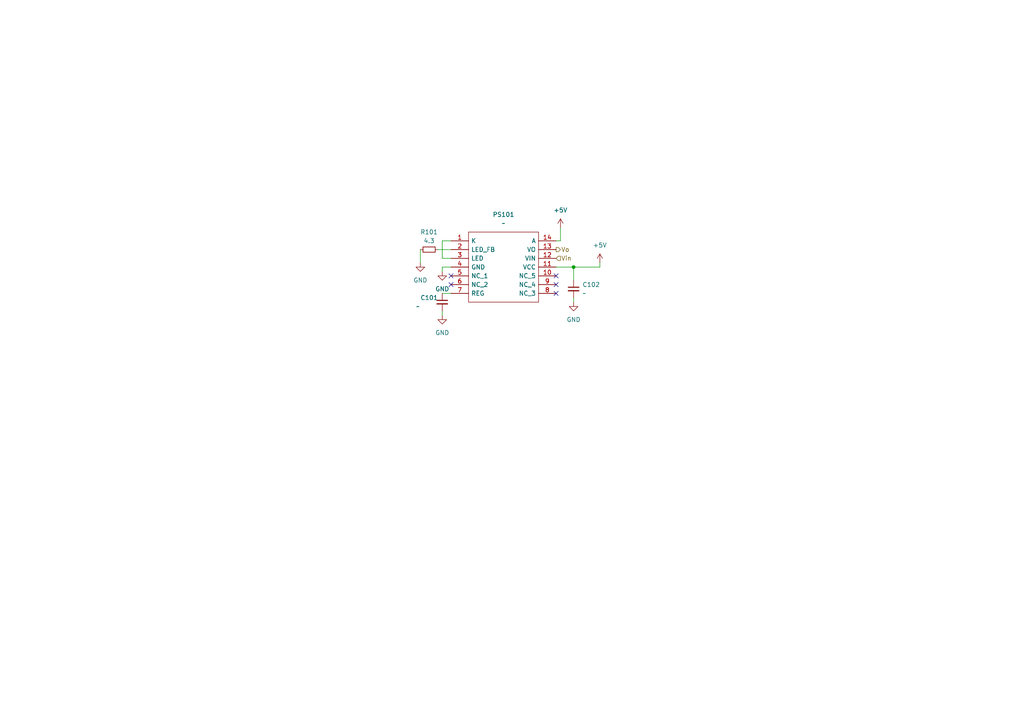
<source format=kicad_sch>
(kicad_sch (version 20211123) (generator eeschema)
  (paper "A4")
  (title_block (title "ESE Project Distance Measuring Sensor") (date "2022-10-03") (company "ENSEA"))
  (lib_symbols
    (symbol "Capteur infra GP2Y0D805Z0F:GP2Y0D805Z0F" (pin_names (offset 0.762))
      (property "Reference" "PS" (at 26.67 7.62 0))
      (property "Value" "GP2Y0D805Z0F" (at 26.67 5.08 0))
      (symbol "GP2Y0D805Z0F_0_0"
        (pin passive line (at 0 0 0) (length 5.08) (name "K") (number "1"))
        (pin passive line (at 30.48 -10.16 180) (length 5.08) (name "NC_5") (number "10"))
        (pin passive line (at 30.48 -7.62 180) (length 5.08) (name "VCC") (number "11"))
        (pin passive line (at 30.48 -5.08 180) (length 5.08) (name "VIN") (number "12"))
        (pin passive line (at 30.48 -2.54 180) (length 5.08) (name "VO") (number "13"))
        (pin passive line (at 30.48 0 180) (length 5.08) (name "A") (number "14"))
        (pin passive line (at 0 -2.54 0) (length 5.08) (name "LED_FB") (number "2"))
        (pin passive line (at 0 -5.08 0) (length 5.08) (name "LED") (number "3"))
        (pin passive line (at 0 -7.62 0) (length 5.08) (name "GND") (number "4"))
        (pin passive line (at 0 -10.16 0) (length 5.08) (name "NC_1") (number "5"))
        (pin passive line (at 0 -12.7 0) (length 5.08) (name "NC_2") (number "6"))
        (pin passive line (at 0 -15.24 0) (length 5.08) (name "REG") (number "7"))
        (pin passive line (at 30.48 -15.24 180) (length 5.08) (name "NC_3") (number "8"))
        (pin passive line (at 30.48 -12.7 180) (length 5.08) (name "NC_4") (number "9"))
      )
      (symbol "GP2Y0D805Z0F_0_1"
        (polyline (pts (xy 5.08 2.54) (xy 25.4 2.54) (xy 25.4 -17.78) (xy 5.08 -17.78) (xy 5.08 2.54)) (stroke (width 0.1524)))
      )
    )
    (symbol "Device:C_Small" (pin_numbers hide) (pin_names (offset 0.254) hide)
      (property "Reference" "C" (at 0.254 1.778 0))
      (property "Value" "C_Small" (at 0.254 -2.032 0))
      (symbol "C_Small_0_1"
        (polyline (pts (xy -1.524 -0.508) (xy 1.524 -0.508)) (stroke (width 0.3302)))
        (polyline (pts (xy -1.524 0.508) (xy 1.524 0.508)) (stroke (width 0.3048)))
      )
      (symbol "C_Small_1_1"
        (pin passive line (at 0 2.54 270) (length 2.032) (name "~") (number "1"))
        (pin passive line (at 0 -2.54 90) (length 2.032) (name "~") (number "2"))
      )
    )
    (symbol "Device:R_Small" (pin_numbers hide) (pin_names (offset 0.254) hide)
      (property "Reference" "R" (at 0.762 0.508 0))
      (property "Value" "R_Small" (at 0.762 -1.016 0))
      (symbol "R_Small_0_1"
        (rectangle (start -0.762 1.778) (end 0.762 -1.778) (stroke (width 0.2032)))
      )
      (symbol "R_Small_1_1"
        (pin passive line (at 0 2.54 270) (length 0.762) (name "~") (number "1"))
        (pin passive line (at 0 -2.54 90) (length 0.762) (name "~") (number "2"))
      )
    )
    (symbol "power:+5V" (power) (pin_names (offset 0))
      (property "Value" "+5V" (at 0 3.556 0))
      (symbol "+5V_0_1"
        (polyline (pts (xy -0.762 1.27) (xy 0 2.54)))
        (polyline (pts (xy 0 0) (xy 0 2.54)))
        (polyline (pts (xy 0 2.54) (xy 0.762 1.27)))
      )
      (symbol "+5V_1_1"
        (pin power_in line (at 0 0 90) (length 0) hide (name "+5V") (number "1"))
      )
    )
    (symbol "power:GND" (power) (pin_names (offset 0))
      (property "Value" "GND" (at 0 -3.81 0))
      (symbol "GND_0_1"
        (polyline (pts (xy 0 0) (xy 0 -1.27) (xy 1.27 -1.27) (xy 0 -2.54) (xy -1.27 -1.27) (xy 0 -1.27)))
      )
      (symbol "GND_1_1"
        (pin power_in line (at 0 0 270) (length 0) hide (name "GND") (number "1"))
      )
    )
  )
  (junction (at 166.37 77.47))
  (no_connect (at 161.29 80.01))
  (no_connect (at 161.29 82.55))
  (no_connect (at 161.29 85.09))
  (no_connect (at 130.81 82.55))
  (no_connect (at 130.81 80.01))
  (wire (pts (xy 128.27 85.09) (xy 130.81 85.09)))
  (wire (pts (xy 161.29 77.47) (xy 166.37 77.47)))
  (wire (pts (xy 121.92 72.39) (xy 121.92 76.2)))
  (wire (pts (xy 166.37 77.47) (xy 173.99 77.47)))
  (wire (pts (xy 173.99 76.2) (xy 173.99 77.47)))
  (wire (pts (xy 162.56 66.04) (xy 162.56 69.85)))
  (wire (pts (xy 166.37 77.47) (xy 166.37 81.28)))
  (wire (pts (xy 128.27 69.85) (xy 128.27 74.93)))
  (wire (pts (xy 166.37 87.63) (xy 166.37 86.36)))
  (wire (pts (xy 161.29 69.85) (xy 162.56 69.85)))
  (wire (pts (xy 128.27 91.44) (xy 128.27 90.17)))
  (wire (pts (xy 128.27 77.47) (xy 128.27 78.74)))
  (wire (pts (xy 130.81 69.85) (xy 128.27 69.85)))
  (wire (pts (xy 130.81 77.47) (xy 128.27 77.47)))
  (wire (pts (xy 127 72.39) (xy 130.81 72.39)))
  (wire (pts (xy 128.27 74.93) (xy 130.81 74.93)))
  (hierarchical_label "Vo" (shape output) (at 161.29 72.39 0))
  (hierarchical_label "Vin" (shape input) (at 161.29 74.93 0))
  (symbol (lib_id "Device:C_Small") (at 128.27 87.63 0) (unit 1)
    (property "Reference" "C101" (at 121.92 86.36 0) (effects (justify left)))
    (property "Value" "~" (at 120.65 88.9 0) (effects (justify left)))
  )
  (symbol (lib_id "Device:C_Small") (at 166.37 83.82 0) (unit 1)
    (property "Reference" "C102" (at 168.91 82.5562 0) (effects (justify left)))
    (property "Value" "~" (at 168.91 85.0962 0) (effects (justify left)))
  )
  (symbol (lib_id "power:+5V") (at 173.99 76.2 0) (unit 1)
    (property "Reference" "#PWR0106" (effects hide))
    (property "Value" "+5V" (at 173.99 71.12 0))
  )
  (symbol (lib_id "power:+5V") (at 162.56 66.04 0) (unit 1)
    (property "Reference" "#PWR0104" (effects hide))
    (property "Value" "+5V" (at 162.56 60.96 0))
  )
  (symbol (lib_id "power:GND") (at 121.92 76.2 0) (unit 1)
    (property "Reference" "#PWR0101" (effects hide))
    (property "Value" "GND" (at 121.92 81.28 0))
  )
  (symbol (lib_id "power:GND") (at 166.37 87.63 0) (unit 1)
    (property "Reference" "#PWR0105" (effects hide))
    (property "Value" "GND" (at 166.37 92.71 0))
  )
  (symbol (lib_id "Capteur infra GP2Y0D805Z0F:GP2Y0D805Z0F") (at 130.81 69.85 0) (unit 1)
    (property "Reference" "PS101" (at 146.05 62.23 0))
    (property "Value" "~" (at 146.05 64.77 0))
    (property "Datasheet" "https://componentsearchengine.com/Datasheets/1/GP2Y0D805Z0F.pdf" (effects hide))
    (property "Description" "SENSOR, DISTANCE, 50MM, DIGITAL; Sensing Range Max:50mm; Sensing Method:Infrared; Sensor Output:Digital; Product Range:-; Connection Method:PCB; Supply Voltage DC Min:2.7V; Supply Voltage DC Max:6.2V; SVHC:No SVHC (15-Jan-2019); RoHS Compliant: Yes" (effects hide))
    (property "Height" "8.25" (effects hide))
    (property "Manufacturer_Name" "Sharp Microelectronics" (effects hide))
    (property "Manufacturer_Part_Number" "GP2Y0D805Z0F" (effects hide))
    (property "Mouser Part Number" "852-GP2Y0D805Z0F" (effects hide))
    (property "Mouser Price/Stock" "https://www.mouser.co.uk/ProductDetail/Sharp-Microelectronics/GP2Y0D805Z0F?qs=bgJ5QXnU1LSzHtvUzcynUA%3D%3D" (effects hide))
    (property "Arrow Part Number" "GP2Y0D805Z0F" (effects hide))
    (property "Arrow Price/Stock" "https://www.arrow.com/en/products/gp2y0d805z0f/sharp" (effects hide))
  )
  (symbol (lib_id "power:GND") (at 128.27 78.74 0) (unit 1)
    (property "Reference" "#PWR0102" (effects hide))
    (property "Value" "GND" (at 128.27 83.82 0))
  )
  (symbol (lib_id "power:GND") (at 128.27 91.44 0) (unit 1)
    (property "Reference" "#PWR0103" (effects hide))
    (property "Value" "GND" (at 128.27 96.52 0))
  )
  (symbol (lib_id "Device:R_Small") (at 124.46 72.39 90) (unit 1)
    (property "Reference" "R101" (at 124.46 67.31 90))
    (property "Value" "4.3" (at 124.46 69.85 90))
  )
)
</source>
